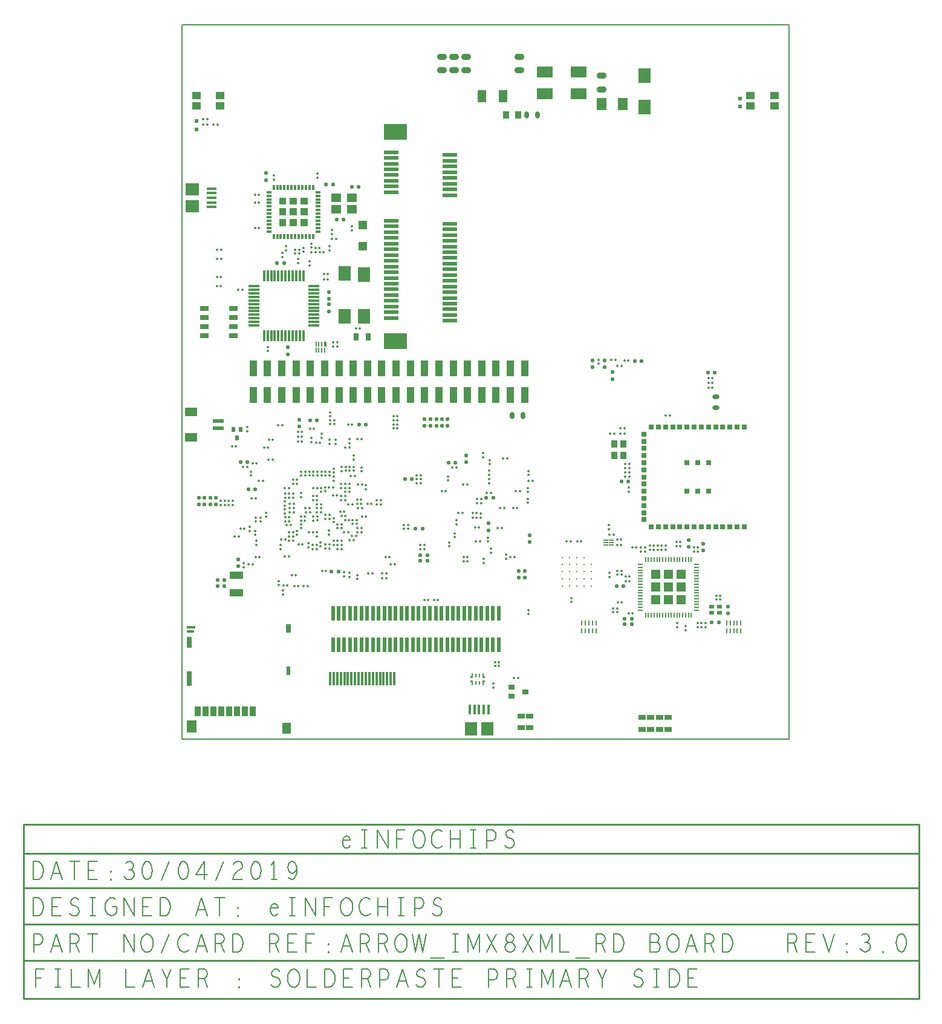
<source format=gbr>
G04 ================== begin FILE IDENTIFICATION RECORD ==================*
G04 Layout Name:  D:/ml/database/eI_Arrow_IMX8XML_RD_LAYOUT1.brd*
G04 Film Name:    spt.gbr*
G04 File Format:  Gerber RS274X*
G04 File Origin:  Cadence Allegro 17.2-S053*
G04 Origin Date:  Tue Jul 23 18:18:46 2019*
G04 *
G04 Layer:  DRAWING FORMAT/SPT*
G04 Layer:  DRAWING FORMAT/FILM_LABEL_OUTLINE*
G04 Layer:  PIN/PASTEMASK_TOP*
G04 Layer:  PACKAGE GEOMETRY/PASTEMASK_TOP*
G04 Layer:  BOARD GEOMETRY/PASTEMASK_TOP*
G04 Layer:  BOARD GEOMETRY/OUTLINE*
G04 *
G04 Offset:    (0.00 0.00)*
G04 Mirror:    No*
G04 Mode:      Positive*
G04 Rotation:  0*
G04 FullContactRelief:  No*
G04 UndefLineWidth:     5.00*
G04 ================== end FILE IDENTIFICATION RECORD ====================*
%FSLAX25Y25*MOIN*%
%IR0*IPPOS*OFA0.00000B0.00000*MIA0B0*SFA1.00000B1.00000*%
%ADD21O,.009X.032*%
%ADD20O,.032X.009*%
%ADD67C,.013*%
%ADD68R,.025X.006*%
%ADD15R,.126X.091*%
%ADD44R,.009X.026*%
%ADD32R,.03X.03*%
%ADD17R,.008X.028*%
%ADD28R,.008X.01968*%
%AMMACRO31*
4,1,6,.008,-.012,
-.008,-.012,
-.008,-.004,
0.0,-.004,
0.0,.012,
.008,.012,
.008,-.012,
0.0*
%
%ADD31MACRO31*%
%AMMACRO27*
4,1,6,.008,.012,
-.008,.012,
-.008,.004,
0.0,.004,
0.0,-.012,
.008,-.012,
.008,.012,
0.0*
%
%ADD27MACRO27*%
%AMMACRO29*
4,1,6,-.008,.012,
.008,.012,
.008,.004,
0.0,.004,
0.0,-.012,
-.008,-.012,
-.008,.012,
0.0*
%
%ADD29MACRO29*%
%ADD53O,.024X.02*%
%ADD52O,.02X.024*%
%ADD10R,.03X.012*%
%ADD57O,.04X.024*%
%ADD11R,.012X.03*%
%ADD58O,.015X.014*%
%ADD56O,.024X.04*%
%ADD23R,.05X.03*%
%ADD19R,.02X.024*%
%ADD59O,.014X.015*%
%ADD13R,.012X.06*%
%ADD12R,.06X.012*%
%ADD46R,.02X.026*%
%ADD45R,.013X.026*%
%ADD33R,.036X.04*%
%ADD35R,.026X.051*%
%ADD22R,.045X.041*%
%ADD51O,.056X.035*%
%ADD49R,.039X.031*%
%ADD43R,.032X.055*%
%ADD50R,.07X.082*%
%ADD48R,.031X.039*%
%ADD42R,.053X.071*%
%ADD39R,.043X.018*%
%ADD66R,.05X.048*%
%ADD18R,.035X.028*%
%ADD71R,.071X.047*%
%ADD64R,.02X.079*%
%ADD38R,.045X.018*%
%ADD26R,.075X.043*%
%ADD70R,.059X.024*%
%ADD55R,.047X.071*%
%ADD54R,.034X.039*%
%ADD65R,.057X.071*%
%ADD41R,.026X.084*%
%ADD25R,.056X.046*%
%ADD16R,.079X.024*%
%ADD47R,.067X.083*%
%ADD34R,.044X.089*%
%ADD69R,.01181X.0748*%
%ADD14R,.087X.059*%
%ADD62R,.05315X.01575*%
%ADD60R,.01575X.05315*%
%ADD36R,.02362X.04528*%
%ADD40R,.026X.06299*%
%ADD24R,.02559X.02165*%
%ADD63R,.0748X.07087*%
%ADD61R,.07087X.0748*%
%ADD37R,.04567X.05906*%
%AMMACRO30*
4,1,6,-.008,-.012,
.008,-.012,
.008,-.004,
0.0,-.004,
0.0,.012,
-.008,.012,
-.008,-.012,
0.0*
%
%ADD30MACRO30*%
%ADD72C,.01*%
%ADD73C,.005*%
G75*
%LPD*%
G75*
G36*
G01X37891Y238690D02*
X33954D01*
Y234753D01*
X37891D01*
Y238690D01*
G37*
G36*
G01Y232784D02*
X33954D01*
Y228848D01*
X37891D01*
Y232784D01*
G37*
G36*
G01Y226879D02*
X33954D01*
Y222942D01*
X37891D01*
Y226879D01*
G37*
G36*
G01X31985D02*
X28049D01*
Y222942D01*
X31985D01*
Y226879D01*
G37*
G36*
G01Y232784D02*
X28049D01*
Y228848D01*
X31985D01*
Y232784D01*
G37*
G36*
G01Y238690D02*
X28049D01*
Y234753D01*
X31985D01*
Y238690D01*
G37*
G36*
G01X26080D02*
X22143D01*
Y234753D01*
X26080D01*
Y238690D01*
G37*
G36*
G01Y232784D02*
X22143D01*
Y228848D01*
X26080D01*
Y232784D01*
G37*
G36*
G01Y226879D02*
X22143D01*
Y222942D01*
X26080D01*
Y226879D01*
G37*
G36*
G01X241286Y33385D02*
Y28385D01*
X246286D01*
Y33385D01*
X241286D01*
G37*
G36*
G01Y26416D02*
X246286D01*
Y21416D01*
X241286D01*
Y26416D01*
G37*
G36*
G01Y19447D02*
X246286D01*
Y14447D01*
X241286D01*
Y19447D01*
G37*
G36*
G01X234317D02*
X239317D01*
Y14447D01*
X234317D01*
Y19447D01*
G37*
G36*
G01X227348D02*
X232348D01*
Y14447D01*
X227348D01*
Y19447D01*
G37*
G36*
G01Y26416D02*
X232348D01*
Y21416D01*
X227348D01*
Y26416D01*
G37*
G36*
G01Y33385D02*
X232348D01*
Y28385D01*
X227348D01*
Y33385D01*
G37*
G36*
G01X234317D02*
X239317D01*
Y28385D01*
X234317D01*
Y33385D01*
G37*
G36*
G01Y26416D02*
X239317D01*
Y21416D01*
X234317D01*
Y26416D01*
G37*
G54D10*
X43558Y241643D03*
Y239674D03*
Y237706D03*
Y235737D03*
Y233769D03*
Y231800D03*
Y229832D03*
Y227863D03*
Y225895D03*
Y223926D03*
Y221958D03*
Y219989D03*
X16476D03*
Y221958D03*
Y223926D03*
Y225895D03*
Y227863D03*
Y229832D03*
Y231800D03*
Y233769D03*
Y235737D03*
Y237706D03*
Y239674D03*
Y241643D03*
G54D11*
X40844Y217275D03*
X38875D03*
X36907D03*
X34938D03*
X32970D03*
X31001D03*
X29033D03*
X27064D03*
X25096D03*
X23127D03*
X21159D03*
X19190D03*
Y244357D03*
X21159D03*
X23127D03*
X25096D03*
X27064D03*
X29033D03*
X31001D03*
X32970D03*
X34938D03*
X36907D03*
X38875D03*
X40844D03*
G54D20*
X252265Y36514D03*
Y34940D03*
Y33365D03*
Y31790D03*
Y30215D03*
Y28640D03*
Y27066D03*
Y25491D03*
Y23916D03*
Y22341D03*
Y20766D03*
Y19192D03*
Y17617D03*
Y16042D03*
Y14467D03*
Y12892D03*
Y11318D03*
X221269D03*
Y12892D03*
Y14467D03*
Y16042D03*
Y17617D03*
Y19192D03*
Y20766D03*
Y22341D03*
Y23916D03*
Y25491D03*
Y27066D03*
Y28640D03*
Y30215D03*
Y31790D03*
Y33365D03*
Y34940D03*
Y36514D03*
G54D30*
X134931Y-24716D03*
G54D12*
X41267Y189851D03*
Y187881D03*
Y185911D03*
Y183941D03*
Y181971D03*
Y180001D03*
Y178031D03*
Y176061D03*
Y174091D03*
Y172121D03*
Y170151D03*
Y168181D03*
X8167D03*
Y170151D03*
Y172121D03*
Y174091D03*
Y176061D03*
Y178031D03*
Y180001D03*
Y181971D03*
Y183941D03*
Y185911D03*
Y187881D03*
Y189851D03*
G54D21*
X249415Y8468D03*
X247841D03*
X246266D03*
X244691D03*
X243116D03*
X241541D03*
X239967D03*
X238392D03*
X236817D03*
X235242D03*
X233667D03*
X232093D03*
X230518D03*
X228943D03*
X227368D03*
X225793D03*
X224219D03*
Y39364D03*
X225793D03*
X227368D03*
X228943D03*
X230518D03*
X232093D03*
X233667D03*
X235242D03*
X236817D03*
X238392D03*
X239967D03*
X241541D03*
X243116D03*
X244691D03*
X246266D03*
X247841D03*
X249415D03*
G54D40*
X-27508Y-6540D03*
G54D22*
X-10283Y289166D03*
X-23483D03*
X-10283Y294866D03*
X-23483D03*
X282017D03*
X295217D03*
X282017Y289166D03*
X295217D03*
G54D13*
X35552Y162466D03*
X33582D03*
X31612D03*
X29642D03*
X27672D03*
X25702D03*
X23732D03*
X21762D03*
X19792D03*
X17822D03*
X15852D03*
X13882D03*
Y195566D03*
X15852D03*
X17822D03*
X19792D03*
X21762D03*
X23732D03*
X25702D03*
X27672D03*
X29642D03*
X31612D03*
X33582D03*
X35552D03*
G54D31*
X128263Y-24716D03*
G54D14*
X187169Y307822D03*
Y296010D03*
X168665D03*
Y307822D03*
G54D41*
X-27508Y-26540D03*
G54D50*
X223616Y305879D03*
Y288679D03*
G54D23*
X-3012Y162716D03*
Y167716D03*
Y172716D03*
Y177716D03*
X-19154D03*
Y172716D03*
Y167716D03*
Y162716D03*
G54D32*
X258894Y76818D03*
X252989D03*
X247084D03*
Y92618D03*
X252989D03*
X258894D03*
X278564Y57134D03*
X274627D03*
X270690D03*
X266753D03*
X262816D03*
X258879D03*
X254942D03*
X251005D03*
X247068D03*
X243131D03*
X239194D03*
X235257D03*
X231320D03*
X227383D03*
X223446Y61071D03*
Y65008D03*
Y68945D03*
Y72882D03*
Y76819D03*
Y80756D03*
Y84693D03*
Y88630D03*
Y92566D03*
Y96503D03*
Y100440D03*
Y104377D03*
Y108314D03*
X227383Y112251D03*
X231320D03*
X235257D03*
X239194D03*
X243131D03*
X247068D03*
X251005D03*
X254942D03*
X258879D03*
X262816D03*
X266753D03*
X270690D03*
X274627D03*
X278564D03*
G54D24*
X265095Y10025D03*
X260739D03*
X265095Y13207D03*
X260739Y13206D03*
G54D60*
X127292Y-43422D03*
X129851D03*
X132410D03*
X134969D03*
X137528D03*
G54D42*
X-26130Y-52642D03*
G54D51*
X112067Y308776D03*
Y316256D03*
X118767Y308776D03*
Y316256D03*
X154767Y308776D03*
Y316256D03*
X125467Y308776D03*
Y316256D03*
X199967Y298276D03*
Y305756D03*
G54D33*
X211817Y103016D03*
Y96616D03*
X207017D03*
Y103016D03*
G54D15*
X86237Y274893D03*
Y159539D03*
G54D61*
X127883Y-53953D03*
X136938D03*
G54D34*
X7925Y129768D03*
X15799D03*
X23673D03*
X31547D03*
X39421D03*
X47295D03*
X55169D03*
X63043D03*
X70917D03*
X78791D03*
X86665D03*
X94539D03*
X102413D03*
X110287D03*
X118161D03*
X126035D03*
X133909D03*
X141783D03*
X149657D03*
X157531D03*
X7925Y144532D03*
X15799D03*
X23673D03*
X31547D03*
X39421D03*
X47295D03*
X55169D03*
X63043D03*
X70917D03*
X78791D03*
X86665D03*
X94539D03*
X102413D03*
X110287D03*
X118161D03*
X126035D03*
X133909D03*
X141783D03*
X149657D03*
X157531D03*
G54D16*
X83875Y263673D03*
Y260523D03*
Y257373D03*
Y254224D03*
Y251074D03*
Y247925D03*
Y244775D03*
Y241625D03*
Y225877D03*
Y222728D03*
Y219578D03*
Y216429D03*
Y213279D03*
Y210129D03*
Y206980D03*
Y203830D03*
Y200681D03*
Y197531D03*
Y194381D03*
Y191232D03*
Y188082D03*
Y184933D03*
Y181783D03*
Y178633D03*
Y175484D03*
Y172334D03*
X116159Y262098D03*
Y258948D03*
Y255799D03*
Y252649D03*
Y249499D03*
Y246350D03*
Y243200D03*
Y240051D03*
Y224303D03*
Y221153D03*
Y218003D03*
Y214854D03*
Y211704D03*
Y208555D03*
Y205405D03*
Y202255D03*
Y199106D03*
Y195956D03*
Y192807D03*
Y189657D03*
Y186507D03*
Y183358D03*
Y180208D03*
Y177059D03*
Y173909D03*
Y170759D03*
G54D25*
X62348Y238466D03*
X53686D03*
X62348Y232166D03*
X53686D03*
G54D70*
X-11267Y115516D03*
Y111516D03*
G54D43*
X7590Y-44571D03*
X3259D03*
X-1071D03*
X-5402D03*
X-9733D03*
X-14064D03*
X-18394D03*
X-22725D03*
G54D52*
X51901Y245816D03*
X48133D03*
X212001Y24716D03*
X208233D03*
X5233Y77916D03*
X9001D03*
X54867Y32484D03*
X51099D03*
X70050Y113603D03*
X66282D03*
X95401Y83416D03*
X91633D03*
X101201Y56116D03*
X97433D03*
X833Y92816D03*
X4601D03*
X212733Y3516D03*
X216501D03*
X-11768Y24583D03*
X-8000D03*
X-11768Y27983D03*
X-8000D03*
X103901Y41716D03*
X100133D03*
X103901Y38616D03*
X100133D03*
X136433Y73316D03*
X140201D03*
X119301Y92516D03*
X115533D03*
X262284Y142300D03*
X258516D03*
X211016Y82100D03*
X214784D03*
X62333Y244716D03*
X66101D03*
X53833Y226516D03*
X57601D03*
X212733Y6716D03*
X216501D03*
X21133Y202716D03*
X24901D03*
X260733Y4516D03*
X264501D03*
X222084Y148400D03*
X218316D03*
X39316Y116000D03*
X43084D03*
G54D62*
X-15191Y243648D03*
Y241089D03*
Y238530D03*
Y235971D03*
Y233412D03*
G54D26*
X-1282Y20862D03*
Y30704D03*
G54D71*
X-26352Y120602D03*
Y106430D03*
G54D35*
X27216Y1098D03*
G54D53*
X247917Y46132D03*
Y49900D03*
X-517Y39168D03*
Y35400D03*
X15017Y252100D03*
Y248332D03*
X255817Y47900D03*
Y44132D03*
X-15783Y73200D03*
Y69432D03*
X-22183Y73200D03*
Y69432D03*
X137717Y55332D03*
Y59100D03*
X125217Y96500D03*
Y92732D03*
X154417Y29232D03*
Y33000D03*
X160217Y48732D03*
Y52500D03*
X157617Y29232D03*
Y33000D03*
X115117Y116600D03*
Y112832D03*
X-19083Y73200D03*
Y69432D03*
X112017Y116600D03*
Y112832D03*
X-12683Y73200D03*
Y69432D03*
X27017Y156100D03*
Y152332D03*
X102417Y116600D03*
Y112832D03*
X105717Y116600D03*
Y112832D03*
X108917Y116600D03*
Y112832D03*
X49717Y176032D03*
Y179800D03*
Y186700D03*
Y182932D03*
X269717Y13200D03*
Y9432D03*
X201800Y145116D03*
Y148884D03*
X206000Y138716D03*
Y142484D03*
X194900Y145116D03*
Y148884D03*
X33300Y112616D03*
Y116384D03*
G54D17*
X268880Y4183D03*
X270849D03*
X272817D03*
X274785D03*
X276754D03*
Y49D03*
X274785D03*
X272817D03*
X270849D03*
X268880D03*
X189080Y4183D03*
X191049D03*
X193017D03*
X194985D03*
X196954D03*
Y49D03*
X194985D03*
X193017D03*
X191049D03*
X189080D03*
G54D44*
X47279Y154662D03*
X45705D03*
X44129D03*
X42555D03*
Y157970D03*
X44129D03*
X45705D03*
G54D72*
G01X-118821Y-106640D02*
Y-202840D01*
G01D02*
X356679D01*
G01X-118821Y-181840D02*
X374979D01*
G01X-118821Y-161840D02*
X374979D01*
G01X-118821Y-141840D02*
X374979D01*
G01X355879Y-202840D02*
X374979D01*
Y-106640D01*
X355579D01*
G01X-118821Y-122640D02*
X374979D01*
G01X-118821Y-106640D02*
X356679D01*
G54D63*
X-25722Y243057D03*
Y234002D03*
G54D36*
X27314Y-22228D03*
G54D54*
X153820Y284280D03*
X147320D03*
G54D18*
X150360Y-31141D03*
Y-36259D03*
X157840Y-33700D03*
G54D45*
X47479Y157970D03*
G54D27*
X128263Y-28652D03*
G54D73*
G01X302700Y-177034D02*
Y-167034D01*
X305825D01*
X306825Y-167534D01*
X307450Y-168201D01*
X307700Y-169534D01*
X307450Y-170867D01*
X306700Y-171701D01*
X305825Y-172201D01*
X302700D01*
G01X305825D02*
X307700Y-177034D01*
G01X317700D02*
X312700D01*
Y-167034D01*
X317700D01*
G01X315700Y-171867D02*
X312700D01*
G01X322075Y-167034D02*
X325200Y-177034D01*
X328325Y-167034D01*
G01X335200Y-177367D02*
X334950Y-177201D01*
Y-176867D01*
X335200Y-176701D01*
X335450Y-176867D01*
Y-177201D01*
X335200Y-177367D01*
G01Y-172868D02*
X334950Y-172701D01*
Y-172367D01*
X335200Y-172201D01*
X335450Y-172367D01*
Y-172701D01*
X335200Y-172868D01*
G01X342450Y-175034D02*
X343200Y-176201D01*
X344200Y-176867D01*
X345325Y-177034D01*
X346325Y-176867D01*
X347325Y-176034D01*
X347950Y-175034D01*
X348075Y-174034D01*
X347825Y-172868D01*
X346950Y-172034D01*
X346075Y-171701D01*
X344950D01*
G01X346075D02*
X346825Y-171201D01*
X347450Y-170368D01*
X347700Y-169367D01*
X347450Y-168367D01*
X346825Y-167534D01*
X345700Y-167034D01*
X344575Y-167201D01*
X343450Y-167867D01*
G01X355200Y-177367D02*
X354950Y-177201D01*
Y-176867D01*
X355200Y-176701D01*
X355450Y-176867D01*
Y-177201D01*
X355200Y-177367D01*
G01X365200Y-167034D02*
X364200Y-167367D01*
X363450Y-168201D01*
X362950Y-169201D01*
X362575Y-170534D01*
X362450Y-172034D01*
X362575Y-173534D01*
X362950Y-174867D01*
X363450Y-175868D01*
X364200Y-176701D01*
X365200Y-177034D01*
X366200Y-176701D01*
X366950Y-175868D01*
X367450Y-174867D01*
X367825Y-173534D01*
X367950Y-172034D01*
X367825Y-170534D01*
X367450Y-169201D01*
X366950Y-168201D01*
X366200Y-167367D01*
X365200Y-167034D01*
G01X-113321Y-137140D02*
Y-127140D01*
X-110821D01*
X-109821Y-127640D01*
X-109071Y-128307D01*
X-108446Y-129307D01*
X-107946Y-130474D01*
X-107821Y-132140D01*
X-107946Y-133807D01*
X-108446Y-134973D01*
X-109071Y-135974D01*
X-109821Y-136640D01*
X-110821Y-137140D01*
X-113321D01*
G01X-103696D02*
X-100571Y-127140D01*
X-97446Y-137140D01*
G01X-98571Y-133640D02*
X-102571D01*
G01X-90571Y-127140D02*
Y-137140D01*
G01X-93446Y-127140D02*
X-87696D01*
G01X-78071Y-137140D02*
X-83071D01*
Y-127140D01*
X-78071D01*
G01X-80071Y-131973D02*
X-83071D01*
G01X-70571Y-137473D02*
X-70821Y-137307D01*
Y-136973D01*
X-70571Y-136807D01*
X-70321Y-136973D01*
Y-137307D01*
X-70571Y-137473D01*
G01Y-132974D02*
X-70821Y-132807D01*
Y-132473D01*
X-70571Y-132307D01*
X-70321Y-132473D01*
Y-132807D01*
X-70571Y-132974D01*
G01X-63321Y-135140D02*
X-62571Y-136307D01*
X-61571Y-136973D01*
X-60446Y-137140D01*
X-59446Y-136973D01*
X-58446Y-136140D01*
X-57821Y-135140D01*
X-57696Y-134140D01*
X-57946Y-132974D01*
X-58821Y-132140D01*
X-59696Y-131807D01*
X-60821D01*
G01X-59696D02*
X-58946Y-131307D01*
X-58321Y-130474D01*
X-58071Y-129473D01*
X-58321Y-128473D01*
X-58946Y-127640D01*
X-60071Y-127140D01*
X-61196Y-127307D01*
X-62321Y-127973D01*
G01X-50571Y-127140D02*
X-51571Y-127473D01*
X-52321Y-128307D01*
X-52821Y-129307D01*
X-53196Y-130640D01*
X-53321Y-132140D01*
X-53196Y-133640D01*
X-52821Y-134973D01*
X-52321Y-135974D01*
X-51571Y-136807D01*
X-50571Y-137140D01*
X-49571Y-136807D01*
X-48821Y-135974D01*
X-48321Y-134973D01*
X-47946Y-133640D01*
X-47821Y-132140D01*
X-47946Y-130640D01*
X-48321Y-129307D01*
X-48821Y-128307D01*
X-49571Y-127473D01*
X-50571Y-127140D01*
G01X-42821Y-137473D02*
X-38321Y-127140D01*
G01X-30571D02*
X-31571Y-127473D01*
X-32321Y-128307D01*
X-32821Y-129307D01*
X-33196Y-130640D01*
X-33321Y-132140D01*
X-33196Y-133640D01*
X-32821Y-134973D01*
X-32321Y-135974D01*
X-31571Y-136807D01*
X-30571Y-137140D01*
X-29571Y-136807D01*
X-28821Y-135974D01*
X-28321Y-134973D01*
X-27946Y-133640D01*
X-27821Y-132140D01*
X-27946Y-130640D01*
X-28321Y-129307D01*
X-28821Y-128307D01*
X-29571Y-127473D01*
X-30571Y-127140D01*
G01X-19071Y-137140D02*
Y-127140D01*
X-23696Y-134307D01*
X-17446D01*
G01X-12821Y-137473D02*
X-8321Y-127140D01*
G01X-2946Y-128807D02*
X-2196Y-127807D01*
X-1321Y-127307D01*
X-321Y-127140D01*
X929Y-127473D01*
X1804Y-128307D01*
X2054Y-129307D01*
X1929Y-130307D01*
X1429Y-131140D01*
X-1071Y-132807D01*
X-2196Y-133973D01*
X-2946Y-135640D01*
X-3196Y-137140D01*
X2054D01*
G01X9429Y-127140D02*
X8429Y-127473D01*
X7679Y-128307D01*
X7179Y-129307D01*
X6804Y-130640D01*
X6679Y-132140D01*
X6804Y-133640D01*
X7179Y-134973D01*
X7679Y-135974D01*
X8429Y-136807D01*
X9429Y-137140D01*
X10429Y-136807D01*
X11179Y-135974D01*
X11679Y-134973D01*
X12054Y-133640D01*
X12179Y-132140D01*
X12054Y-130640D01*
X11679Y-129307D01*
X11179Y-128307D01*
X10429Y-127473D01*
X9429Y-127140D01*
G01X19429Y-137140D02*
Y-127140D01*
X17929Y-129140D01*
G01Y-137140D02*
X20929D01*
G01X27304Y-135974D02*
X28179Y-136807D01*
X29179Y-137140D01*
X30179Y-136807D01*
X31054Y-135807D01*
X31679Y-134307D01*
X31929Y-132807D01*
Y-130973D01*
X31679Y-129473D01*
X31054Y-128140D01*
X30304Y-127473D01*
X29429Y-127140D01*
X28429Y-127473D01*
X27679Y-128140D01*
X27179Y-129140D01*
X26929Y-130474D01*
X27179Y-131640D01*
X27804Y-132807D01*
X28554Y-133474D01*
X29429Y-133640D01*
X30429Y-133307D01*
X31179Y-132473D01*
X31929Y-130973D01*
G01X-113321Y-157140D02*
Y-147140D01*
X-110821D01*
X-109821Y-147640D01*
X-109071Y-148307D01*
X-108446Y-149307D01*
X-107946Y-150474D01*
X-107821Y-152140D01*
X-107946Y-153807D01*
X-108446Y-154973D01*
X-109071Y-155974D01*
X-109821Y-156640D01*
X-110821Y-157140D01*
X-113321D01*
G01X-98071D02*
X-103071D01*
Y-147140D01*
X-98071D01*
G01X-100071Y-151973D02*
X-103071D01*
G01X-93196Y-155807D02*
X-92196Y-156640D01*
X-91071Y-157140D01*
X-90071D01*
X-89071Y-156640D01*
X-88321Y-155807D01*
X-87946Y-154640D01*
X-88196Y-153474D01*
X-88821Y-152473D01*
X-89946Y-151807D01*
X-91446Y-151473D01*
X-92321Y-150807D01*
X-92696Y-149640D01*
X-92446Y-148473D01*
X-91821Y-147640D01*
X-90946Y-147140D01*
X-90071D01*
X-89196Y-147473D01*
X-88446Y-148307D01*
G01X-82071Y-147140D02*
X-79071D01*
G01X-80571D02*
Y-157140D01*
G01X-82071D02*
X-79071D01*
G01X-69821Y-152140D02*
X-67321D01*
Y-155140D01*
X-68071Y-156140D01*
X-68946Y-156807D01*
X-70196Y-157140D01*
X-71446Y-156807D01*
X-72321Y-156140D01*
X-73071Y-155140D01*
X-73571Y-153973D01*
X-73821Y-152640D01*
Y-151473D01*
X-73571Y-150474D01*
X-73071Y-149307D01*
X-72321Y-148307D01*
X-71571Y-147640D01*
X-70571Y-147140D01*
X-69696D01*
X-68696Y-147473D01*
X-67946Y-148140D01*
G01X-63446Y-157140D02*
Y-147140D01*
X-57696Y-157140D01*
Y-147140D01*
G01X-48071Y-157140D02*
X-53071D01*
Y-147140D01*
X-48071D01*
G01X-50071Y-151973D02*
X-53071D01*
G01X-43321Y-157140D02*
Y-147140D01*
X-40821D01*
X-39821Y-147640D01*
X-39071Y-148307D01*
X-38446Y-149307D01*
X-37946Y-150474D01*
X-37821Y-152140D01*
X-37946Y-153807D01*
X-38446Y-154973D01*
X-39071Y-155974D01*
X-39821Y-156640D01*
X-40821Y-157140D01*
X-43321D01*
G01X-23696D02*
X-20571Y-147140D01*
X-17446Y-157140D01*
G01X-18571Y-153640D02*
X-22571D01*
G01X-10571Y-147140D02*
Y-157140D01*
G01X-13446Y-147140D02*
X-7696D01*
G01X-571Y-157473D02*
X-821Y-157307D01*
Y-156973D01*
X-571Y-156807D01*
X-321Y-156973D01*
Y-157307D01*
X-571Y-157473D01*
G01Y-152974D02*
X-821Y-152807D01*
Y-152473D01*
X-571Y-152307D01*
X-321Y-152473D01*
Y-152807D01*
X-571Y-152974D01*
G01X17554Y-152640D02*
X21554D01*
X21179Y-151473D01*
X20554Y-150807D01*
X19679Y-150474D01*
X18804Y-150640D01*
X18054Y-151140D01*
X17554Y-152307D01*
X17304Y-153307D01*
Y-154307D01*
X17554Y-155307D01*
X18179Y-156307D01*
X18929Y-156973D01*
X19804Y-157140D01*
X20679Y-156807D01*
X21554Y-155807D01*
G01X27929Y-147140D02*
X30929D01*
G01X29429D02*
Y-157140D01*
G01X27929D02*
X30929D01*
G01X36554D02*
Y-147140D01*
X42304Y-157140D01*
Y-147140D01*
G01X47054Y-157140D02*
Y-147140D01*
X51804D01*
G01X50054Y-151973D02*
X47054D01*
G01X59429Y-157140D02*
X58429Y-156973D01*
X57554Y-156307D01*
X56804Y-155307D01*
X56304Y-154140D01*
X56054Y-152807D01*
Y-151473D01*
X56304Y-150140D01*
X56804Y-148973D01*
X57554Y-147973D01*
X58429Y-147307D01*
X59429Y-147140D01*
X60429Y-147307D01*
X61304Y-147973D01*
X62054Y-148973D01*
X62554Y-150140D01*
X62804Y-151473D01*
Y-152807D01*
X62554Y-154140D01*
X62054Y-155307D01*
X61304Y-156307D01*
X60429Y-156973D01*
X59429Y-157140D01*
G01X72179Y-147973D02*
X71429Y-147473D01*
X70554Y-147140D01*
X69554D01*
X68429Y-147640D01*
X67554Y-148473D01*
X66929Y-149473D01*
X66429Y-151140D01*
X66304Y-152640D01*
X66554Y-154140D01*
X66929Y-155140D01*
X67679Y-156140D01*
X68554Y-156807D01*
X69429Y-157140D01*
X70304D01*
X71179Y-156807D01*
X71929Y-156307D01*
X72554Y-155640D01*
G01X76804Y-157140D02*
Y-147140D01*
G01X82054D02*
Y-157140D01*
G01Y-152140D02*
X76804D01*
G01X87929Y-147140D02*
X90929D01*
G01X89429D02*
Y-157140D01*
G01X87929D02*
X90929D01*
G01X96929D02*
Y-147140D01*
X99929D01*
X100929Y-147640D01*
X101679Y-148807D01*
X101929Y-150140D01*
X101679Y-151473D01*
X101054Y-152473D01*
X99929Y-152974D01*
X96929D01*
G01X106804Y-155807D02*
X107804Y-156640D01*
X108929Y-157140D01*
X109929D01*
X110929Y-156640D01*
X111679Y-155807D01*
X112054Y-154640D01*
X111804Y-153474D01*
X111179Y-152473D01*
X110054Y-151807D01*
X108554Y-151473D01*
X107679Y-150807D01*
X107304Y-149640D01*
X107554Y-148473D01*
X108179Y-147640D01*
X109054Y-147140D01*
X109929D01*
X110804Y-147473D01*
X111554Y-148307D01*
G01X-113071Y-177140D02*
Y-167140D01*
X-110071D01*
X-109071Y-167640D01*
X-108321Y-168807D01*
X-108071Y-170140D01*
X-108321Y-171473D01*
X-108946Y-172473D01*
X-110071Y-172974D01*
X-113071D01*
G01X-103696Y-177140D02*
X-100571Y-167140D01*
X-97446Y-177140D01*
G01X-98571Y-173640D02*
X-102571D01*
G01X-93071Y-177140D02*
Y-167140D01*
X-89946D01*
X-88946Y-167640D01*
X-88321Y-168307D01*
X-88071Y-169640D01*
X-88321Y-170973D01*
X-89071Y-171807D01*
X-89946Y-172307D01*
X-93071D01*
G01X-89946D02*
X-88071Y-177140D01*
G01X-80571Y-167140D02*
Y-177140D01*
G01X-83446Y-167140D02*
X-77696D01*
G01X-63446Y-177140D02*
Y-167140D01*
X-57696Y-177140D01*
Y-167140D01*
G01X-50571Y-177140D02*
X-51571Y-176973D01*
X-52446Y-176307D01*
X-53196Y-175307D01*
X-53696Y-174140D01*
X-53946Y-172807D01*
Y-171473D01*
X-53696Y-170140D01*
X-53196Y-168973D01*
X-52446Y-167973D01*
X-51571Y-167307D01*
X-50571Y-167140D01*
X-49571Y-167307D01*
X-48696Y-167973D01*
X-47946Y-168973D01*
X-47446Y-170140D01*
X-47196Y-171473D01*
Y-172807D01*
X-47446Y-174140D01*
X-47946Y-175307D01*
X-48696Y-176307D01*
X-49571Y-176973D01*
X-50571Y-177140D01*
G01X-42821Y-177473D02*
X-38321Y-167140D01*
G01X-27821Y-167973D02*
X-28571Y-167473D01*
X-29446Y-167140D01*
X-30446D01*
X-31571Y-167640D01*
X-32446Y-168473D01*
X-33071Y-169473D01*
X-33571Y-171140D01*
X-33696Y-172640D01*
X-33446Y-174140D01*
X-33071Y-175140D01*
X-32321Y-176140D01*
X-31446Y-176807D01*
X-30571Y-177140D01*
X-29696D01*
X-28821Y-176807D01*
X-28071Y-176307D01*
X-27446Y-175640D01*
G01X-23696Y-177140D02*
X-20571Y-167140D01*
X-17446Y-177140D01*
G01X-18571Y-173640D02*
X-22571D01*
G01X-13071Y-177140D02*
Y-167140D01*
X-9946D01*
X-8946Y-167640D01*
X-8321Y-168307D01*
X-8071Y-169640D01*
X-8321Y-170973D01*
X-9071Y-171807D01*
X-9946Y-172307D01*
X-13071D01*
G01X-9946D02*
X-8071Y-177140D01*
G01X-3321D02*
Y-167140D01*
X-821D01*
X179Y-167640D01*
X929Y-168307D01*
X1554Y-169307D01*
X2054Y-170474D01*
X2179Y-172140D01*
X2054Y-173807D01*
X1554Y-174973D01*
X929Y-175974D01*
X179Y-176640D01*
X-821Y-177140D01*
X-3321D01*
G01X16929D02*
Y-167140D01*
X20054D01*
X21054Y-167640D01*
X21679Y-168307D01*
X21929Y-169640D01*
X21679Y-170973D01*
X20929Y-171807D01*
X20054Y-172307D01*
X16929D01*
G01X20054D02*
X21929Y-177140D01*
G01X31929D02*
X26929D01*
Y-167140D01*
X31929D01*
G01X29929Y-171973D02*
X26929D01*
G01X37054Y-177140D02*
Y-167140D01*
X41804D01*
G01X40054Y-171973D02*
X37054D01*
G01X49429Y-177473D02*
X49179Y-177307D01*
Y-176973D01*
X49429Y-176807D01*
X49679Y-176973D01*
Y-177307D01*
X49429Y-177473D01*
G01Y-172974D02*
X49179Y-172807D01*
Y-172473D01*
X49429Y-172307D01*
X49679Y-172473D01*
Y-172807D01*
X49429Y-172974D01*
G01X56304Y-177140D02*
X59429Y-167140D01*
X62554Y-177140D01*
G01X61429Y-173640D02*
X57429D01*
G01X66929Y-177140D02*
Y-167140D01*
X70054D01*
X71054Y-167640D01*
X71679Y-168307D01*
X71929Y-169640D01*
X71679Y-170973D01*
X70929Y-171807D01*
X70054Y-172307D01*
X66929D01*
G01X70054D02*
X71929Y-177140D01*
G01X76929D02*
Y-167140D01*
X80054D01*
X81054Y-167640D01*
X81679Y-168307D01*
X81929Y-169640D01*
X81679Y-170973D01*
X80929Y-171807D01*
X80054Y-172307D01*
X76929D01*
G01X80054D02*
X81929Y-177140D01*
G01X89429D02*
X88429Y-176973D01*
X87554Y-176307D01*
X86804Y-175307D01*
X86304Y-174140D01*
X86054Y-172807D01*
Y-171473D01*
X86304Y-170140D01*
X86804Y-168973D01*
X87554Y-167973D01*
X88429Y-167307D01*
X89429Y-167140D01*
X90429Y-167307D01*
X91304Y-167973D01*
X92054Y-168973D01*
X92554Y-170140D01*
X92804Y-171473D01*
Y-172807D01*
X92554Y-174140D01*
X92054Y-175307D01*
X91304Y-176307D01*
X90429Y-176973D01*
X89429Y-177140D01*
G01X95679Y-167140D02*
X97429Y-177140D01*
X99429Y-167140D01*
X101429Y-177140D01*
X103179Y-167140D01*
G01X105679Y-180473D02*
X113179D01*
G01X117929Y-167140D02*
X120929D01*
G01X119429D02*
Y-177140D01*
G01X117929D02*
X120929D01*
G01X126179D02*
Y-167140D01*
X129429Y-175473D01*
X132679Y-167140D01*
Y-177140D01*
G01X136804D02*
X142054Y-167140D01*
G01X136804D02*
X142054Y-177140D01*
G01X149429D02*
X150304Y-176973D01*
X151304Y-176473D01*
X151929Y-175640D01*
X152179Y-174473D01*
X151929Y-173307D01*
X151179Y-172307D01*
X150054Y-171807D01*
X148804D01*
X148054Y-171473D01*
X147429Y-170640D01*
X147179Y-169473D01*
X147554Y-168307D01*
X148429Y-167473D01*
X149429Y-167140D01*
X150429Y-167473D01*
X151304Y-168307D01*
X151679Y-169473D01*
X151429Y-170640D01*
X150804Y-171473D01*
X150054Y-171807D01*
X148804D01*
X147679Y-172307D01*
X146929Y-173307D01*
X146679Y-174473D01*
X146929Y-175640D01*
X147554Y-176473D01*
X148554Y-176973D01*
X149429Y-177140D01*
G01X156804D02*
X162054Y-167140D01*
G01X156804D02*
X162054Y-177140D01*
G01X166179D02*
Y-167140D01*
X169429Y-175473D01*
X172679Y-167140D01*
Y-177140D01*
G01X176929Y-167140D02*
Y-177140D01*
X181929D01*
G01X185679Y-180473D02*
X193179D01*
G01X196929Y-177140D02*
Y-167140D01*
X200054D01*
X201054Y-167640D01*
X201679Y-168307D01*
X201929Y-169640D01*
X201679Y-170973D01*
X200929Y-171807D01*
X200054Y-172307D01*
X196929D01*
G01X200054D02*
X201929Y-177140D01*
G01X206679D02*
Y-167140D01*
X209179D01*
X210179Y-167640D01*
X210929Y-168307D01*
X211554Y-169307D01*
X212054Y-170474D01*
X212179Y-172140D01*
X212054Y-173807D01*
X211554Y-174973D01*
X210929Y-175974D01*
X210179Y-176640D01*
X209179Y-177140D01*
X206679D01*
G01X230429Y-171807D02*
X230929Y-171307D01*
X231304Y-170474D01*
X231554Y-169307D01*
X231304Y-168307D01*
X230804Y-167640D01*
X229929Y-167140D01*
X226554D01*
Y-177140D01*
X230679D01*
X231554Y-176473D01*
X232054Y-175473D01*
X232304Y-174307D01*
X232054Y-173140D01*
X231304Y-172140D01*
X230429Y-171807D01*
X226554D01*
G01X239429Y-177140D02*
X238429Y-176973D01*
X237554Y-176307D01*
X236804Y-175307D01*
X236304Y-174140D01*
X236054Y-172807D01*
Y-171473D01*
X236304Y-170140D01*
X236804Y-168973D01*
X237554Y-167973D01*
X238429Y-167307D01*
X239429Y-167140D01*
X240429Y-167307D01*
X241304Y-167973D01*
X242054Y-168973D01*
X242554Y-170140D01*
X242804Y-171473D01*
Y-172807D01*
X242554Y-174140D01*
X242054Y-175307D01*
X241304Y-176307D01*
X240429Y-176973D01*
X239429Y-177140D01*
G01X246304D02*
X249429Y-167140D01*
X252554Y-177140D01*
G01X251429Y-173640D02*
X247429D01*
G01X256929Y-177140D02*
Y-167140D01*
X260054D01*
X261054Y-167640D01*
X261679Y-168307D01*
X261929Y-169640D01*
X261679Y-170973D01*
X260929Y-171807D01*
X260054Y-172307D01*
X256929D01*
G01X260054D02*
X261929Y-177140D01*
G01X266679D02*
Y-167140D01*
X269179D01*
X270179Y-167640D01*
X270929Y-168307D01*
X271554Y-169307D01*
X272054Y-170474D01*
X272179Y-172140D01*
X272054Y-173807D01*
X271554Y-174973D01*
X270929Y-175974D01*
X270179Y-176640D01*
X269179Y-177140D01*
X266679D01*
G01X-112192Y-196550D02*
Y-186550D01*
X-107442D01*
G01X-109192Y-191383D02*
X-112192D01*
G01X-101317Y-186550D02*
X-98317D01*
G01X-99817D02*
Y-196550D01*
G01X-101317D02*
X-98317D01*
G01X-92317Y-186550D02*
Y-196550D01*
X-87317D01*
G01X-83067D02*
Y-186550D01*
X-79817Y-194883D01*
X-76567Y-186550D01*
Y-196550D01*
G01X-62317Y-186550D02*
Y-196550D01*
X-57317D01*
G01X-52942D02*
X-49817Y-186550D01*
X-46692Y-196550D01*
G01X-47817Y-193050D02*
X-51817D01*
G01X-39817Y-196550D02*
Y-192050D01*
X-42317Y-186550D01*
G01X-37317D02*
X-39817Y-192050D01*
G01X-27317Y-196550D02*
X-32317D01*
Y-186550D01*
X-27317D01*
G01X-29317Y-191383D02*
X-32317D01*
G01X-22317Y-196550D02*
Y-186550D01*
X-19192D01*
X-18192Y-187050D01*
X-17567Y-187717D01*
X-17317Y-189050D01*
X-17567Y-190383D01*
X-18317Y-191217D01*
X-19192Y-191717D01*
X-22317D01*
G01X-19192D02*
X-17317Y-196550D01*
G01X183Y-196883D02*
X-67Y-196717D01*
Y-196383D01*
X183Y-196217D01*
X433Y-196383D01*
Y-196717D01*
X183Y-196883D01*
G01Y-192384D02*
X-67Y-192217D01*
Y-191883D01*
X183Y-191717D01*
X433Y-191883D01*
Y-192217D01*
X183Y-192384D01*
G01X17558Y-195217D02*
X18558Y-196050D01*
X19683Y-196550D01*
X20683D01*
X21683Y-196050D01*
X22433Y-195217D01*
X22808Y-194050D01*
X22558Y-192884D01*
X21933Y-191883D01*
X20808Y-191217D01*
X19308Y-190883D01*
X18433Y-190217D01*
X18058Y-189050D01*
X18308Y-187883D01*
X18933Y-187050D01*
X19808Y-186550D01*
X20683D01*
X21558Y-186883D01*
X22308Y-187717D01*
G01X30183Y-196550D02*
X29183Y-196383D01*
X28308Y-195717D01*
X27558Y-194717D01*
X27058Y-193550D01*
X26808Y-192217D01*
Y-190883D01*
X27058Y-189550D01*
X27558Y-188383D01*
X28308Y-187383D01*
X29183Y-186717D01*
X30183Y-186550D01*
X31183Y-186717D01*
X32058Y-187383D01*
X32808Y-188383D01*
X33308Y-189550D01*
X33558Y-190883D01*
Y-192217D01*
X33308Y-193550D01*
X32808Y-194717D01*
X32058Y-195717D01*
X31183Y-196383D01*
X30183Y-196550D01*
G01X37683Y-186550D02*
Y-196550D01*
X42683D01*
G01X47433D02*
Y-186550D01*
X49933D01*
X50933Y-187050D01*
X51683Y-187717D01*
X52308Y-188717D01*
X52808Y-189884D01*
X52933Y-191550D01*
X52808Y-193217D01*
X52308Y-194383D01*
X51683Y-195384D01*
X50933Y-196050D01*
X49933Y-196550D01*
X47433D01*
G01X62683D02*
X57683D01*
Y-186550D01*
X62683D01*
G01X60683Y-191383D02*
X57683D01*
G01X67683Y-196550D02*
Y-186550D01*
X70808D01*
X71808Y-187050D01*
X72433Y-187717D01*
X72683Y-189050D01*
X72433Y-190383D01*
X71683Y-191217D01*
X70808Y-191717D01*
X67683D01*
G01X70808D02*
X72683Y-196550D01*
G01X77683D02*
Y-186550D01*
X80683D01*
X81683Y-187050D01*
X82433Y-188217D01*
X82683Y-189550D01*
X82433Y-190883D01*
X81808Y-191883D01*
X80683Y-192384D01*
X77683D01*
G01X87058Y-196550D02*
X90183Y-186550D01*
X93308Y-196550D01*
G01X92183Y-193050D02*
X88183D01*
G01X97558Y-195217D02*
X98558Y-196050D01*
X99683Y-196550D01*
X100683D01*
X101683Y-196050D01*
X102433Y-195217D01*
X102808Y-194050D01*
X102558Y-192884D01*
X101933Y-191883D01*
X100808Y-191217D01*
X99308Y-190883D01*
X98433Y-190217D01*
X98058Y-189050D01*
X98308Y-187883D01*
X98933Y-187050D01*
X99808Y-186550D01*
X100683D01*
X101558Y-186883D01*
X102308Y-187717D01*
G01X110183Y-186550D02*
Y-196550D01*
G01X107308Y-186550D02*
X113058D01*
G01X122683Y-196550D02*
X117683D01*
Y-186550D01*
X122683D01*
G01X120683Y-191383D02*
X117683D01*
G01X137683Y-196550D02*
Y-186550D01*
X140683D01*
X141683Y-187050D01*
X142433Y-188217D01*
X142683Y-189550D01*
X142433Y-190883D01*
X141808Y-191883D01*
X140683Y-192384D01*
X137683D01*
G01X147683Y-196550D02*
Y-186550D01*
X150808D01*
X151808Y-187050D01*
X152433Y-187717D01*
X152683Y-189050D01*
X152433Y-190383D01*
X151683Y-191217D01*
X150808Y-191717D01*
X147683D01*
G01X150808D02*
X152683Y-196550D01*
G01X158683Y-186550D02*
X161683D01*
G01X160183D02*
Y-196550D01*
G01X158683D02*
X161683D01*
G01X166933D02*
Y-186550D01*
X170183Y-194883D01*
X173433Y-186550D01*
Y-196550D01*
G01X177058D02*
X180183Y-186550D01*
X183308Y-196550D01*
G01X182183Y-193050D02*
X178183D01*
G01X187683Y-196550D02*
Y-186550D01*
X190808D01*
X191808Y-187050D01*
X192433Y-187717D01*
X192683Y-189050D01*
X192433Y-190383D01*
X191683Y-191217D01*
X190808Y-191717D01*
X187683D01*
G01X190808D02*
X192683Y-196550D01*
G01X200183D02*
Y-192050D01*
X197683Y-186550D01*
G01X202683D02*
X200183Y-192050D01*
G01X217558Y-195217D02*
X218558Y-196050D01*
X219683Y-196550D01*
X220683D01*
X221683Y-196050D01*
X222433Y-195217D01*
X222808Y-194050D01*
X222558Y-192884D01*
X221933Y-191883D01*
X220808Y-191217D01*
X219308Y-190883D01*
X218433Y-190217D01*
X218058Y-189050D01*
X218308Y-187883D01*
X218933Y-187050D01*
X219808Y-186550D01*
X220683D01*
X221558Y-186883D01*
X222308Y-187717D01*
G01X228683Y-186550D02*
X231683D01*
G01X230183D02*
Y-196550D01*
G01X228683D02*
X231683D01*
G01X237433D02*
Y-186550D01*
X239933D01*
X240933Y-187050D01*
X241683Y-187717D01*
X242308Y-188717D01*
X242808Y-189884D01*
X242933Y-191550D01*
X242808Y-193217D01*
X242308Y-194383D01*
X241683Y-195384D01*
X240933Y-196050D01*
X239933Y-196550D01*
X237433D01*
G01X252683D02*
X247683D01*
Y-186550D01*
X252683D01*
G01X250683Y-191383D02*
X247683D01*
G01X57425Y-115300D02*
X61425D01*
X61050Y-114133D01*
X60425Y-113467D01*
X59550Y-113134D01*
X58675Y-113300D01*
X57925Y-113800D01*
X57425Y-114967D01*
X57175Y-115967D01*
Y-116967D01*
X57425Y-117967D01*
X58050Y-118967D01*
X58800Y-119633D01*
X59675Y-119800D01*
X60550Y-119467D01*
X61425Y-118467D01*
G01X67800Y-109800D02*
X70800D01*
G01X69300D02*
Y-119800D01*
G01X67800D02*
X70800D01*
G01X76425D02*
Y-109800D01*
X82175Y-119800D01*
Y-109800D01*
G01X86925Y-119800D02*
Y-109800D01*
X91675D01*
G01X89925Y-114633D02*
X86925D01*
G01X99300Y-119800D02*
X98300Y-119633D01*
X97425Y-118967D01*
X96675Y-117967D01*
X96175Y-116800D01*
X95925Y-115467D01*
Y-114133D01*
X96175Y-112800D01*
X96675Y-111633D01*
X97425Y-110633D01*
X98300Y-109967D01*
X99300Y-109800D01*
X100300Y-109967D01*
X101175Y-110633D01*
X101925Y-111633D01*
X102425Y-112800D01*
X102675Y-114133D01*
Y-115467D01*
X102425Y-116800D01*
X101925Y-117967D01*
X101175Y-118967D01*
X100300Y-119633D01*
X99300Y-119800D01*
G01X112050Y-110633D02*
X111300Y-110133D01*
X110425Y-109800D01*
X109425D01*
X108300Y-110300D01*
X107425Y-111133D01*
X106800Y-112133D01*
X106300Y-113800D01*
X106175Y-115300D01*
X106425Y-116800D01*
X106800Y-117800D01*
X107550Y-118800D01*
X108425Y-119467D01*
X109300Y-119800D01*
X110175D01*
X111050Y-119467D01*
X111800Y-118967D01*
X112425Y-118300D01*
G01X116675Y-119800D02*
Y-109800D01*
G01X121925D02*
Y-119800D01*
G01Y-114800D02*
X116675D01*
G01X127800Y-109800D02*
X130800D01*
G01X129300D02*
Y-119800D01*
G01X127800D02*
X130800D01*
G01X136800D02*
Y-109800D01*
X139800D01*
X140800Y-110300D01*
X141550Y-111467D01*
X141800Y-112800D01*
X141550Y-114133D01*
X140925Y-115133D01*
X139800Y-115634D01*
X136800D01*
G01X146675Y-118467D02*
X147675Y-119300D01*
X148800Y-119800D01*
X149800D01*
X150800Y-119300D01*
X151550Y-118467D01*
X151925Y-117300D01*
X151675Y-116134D01*
X151050Y-115133D01*
X149925Y-114467D01*
X148425Y-114133D01*
X147550Y-113467D01*
X147175Y-112300D01*
X147425Y-111133D01*
X148050Y-110300D01*
X148925Y-109800D01*
X149800D01*
X150675Y-110133D01*
X151425Y-110967D01*
G01X-31446Y-59701D02*
Y334000D01*
X303200D01*
Y-59701D01*
X-31446D01*
G54D37*
X26212Y-53626D03*
G54D55*
X134091Y294400D03*
X145509D03*
G54D64*
X51822Y-7657D03*
X54971D03*
X58121D03*
X61271D03*
X64420D03*
X67570D03*
X70719D03*
X73869D03*
X77019D03*
X80168D03*
X83318D03*
X86467D03*
X89617D03*
X92767D03*
X95916D03*
X99066D03*
X102215D03*
X105365D03*
X108515D03*
X111664D03*
X114814D03*
X117963D03*
X121113D03*
X124263D03*
X127412D03*
X130562D03*
X133711D03*
X136861D03*
X140011D03*
X143160D03*
X51822Y9691D03*
X54971D03*
X58121D03*
X61271D03*
X64420D03*
X67570D03*
X70719D03*
X73869D03*
X77019D03*
X80168D03*
X83318D03*
X86467D03*
X89617D03*
X92767D03*
X95916D03*
X99066D03*
X102215D03*
X105365D03*
X108515D03*
X111664D03*
X114814D03*
X117963D03*
X121113D03*
X124263D03*
X127412D03*
X130562D03*
X133711D03*
X136861D03*
X140011D03*
X143160D03*
G54D46*
X-1000Y106256D03*
X-2968Y110744D03*
X968D03*
G54D19*
X-23417Y280720D03*
Y276312D03*
X276200Y293304D03*
Y288896D03*
G54D28*
X130613Y-28652D03*
X132581D03*
Y-24716D03*
X130613D03*
G54D47*
X68967Y196371D03*
X58267Y196721D03*
Y173111D03*
X68967D03*
G54D65*
X211619Y290316D03*
X200015D03*
G54D38*
X-26524Y1984D03*
G54D56*
X156617Y118516D03*
X150617D03*
X164570Y284280D03*
X158570D03*
G54D29*
X134931Y-28652D03*
G54D66*
X68317Y223424D03*
Y211808D03*
G54D39*
X-26623Y-614D03*
G54D48*
X71240Y161884D03*
X64794D03*
G54D57*
X263000Y129000D03*
Y123000D03*
G54D49*
X231917Y-47861D03*
Y-54307D03*
X160417Y-46961D03*
Y-53407D03*
X155617Y-46961D03*
Y-53407D03*
X236717Y-47861D03*
Y-54307D03*
X222317Y-47861D03*
Y-54307D03*
X227117Y-47861D03*
Y-54307D03*
G54D58*
X241200Y46598D03*
Y48802D03*
X243400Y46598D03*
Y48802D03*
X36617Y87618D03*
Y85414D03*
X38817Y87618D03*
Y85414D03*
X43217Y251918D03*
Y249714D03*
X19217Y250918D03*
Y248714D03*
X15817Y154114D03*
Y156318D03*
X32617Y204818D03*
Y202614D03*
X137817Y88218D03*
Y86014D03*
X159317Y76414D03*
Y78618D03*
X134817Y39418D03*
Y37214D03*
X159617Y88018D03*
Y85814D03*
X159217Y70414D03*
Y72618D03*
X116017Y46414D03*
Y48618D03*
X138317Y91814D03*
Y94018D03*
X137817Y81314D03*
Y83518D03*
X40617Y45014D03*
Y47218D03*
X42817Y45014D03*
Y47218D03*
X58817Y88114D03*
Y90318D03*
X52217Y87114D03*
Y89318D03*
Y84918D03*
Y82714D03*
X50017Y87618D03*
Y85414D03*
X27717Y75518D03*
Y73314D03*
X32017Y55018D03*
Y52814D03*
X115317Y82814D03*
Y85018D03*
X47617Y76814D03*
Y79018D03*
X50217Y120318D03*
Y118114D03*
X34317Y58618D03*
Y56414D03*
X25417Y64614D03*
Y66818D03*
Y71118D03*
Y68914D03*
X137417Y49114D03*
Y51318D03*
X43117Y51914D03*
Y54118D03*
X27717Y60314D03*
Y62518D03*
X67617Y56518D03*
Y54314D03*
X58717Y78514D03*
Y80718D03*
X34317Y87618D03*
Y85414D03*
X63417Y88114D03*
Y90318D03*
X43317Y85414D03*
Y87618D03*
X41117Y85414D03*
Y87618D03*
X45517Y85414D03*
Y87618D03*
X38417Y45914D03*
Y48118D03*
X25517Y73314D03*
Y75518D03*
X139017Y42914D03*
Y45118D03*
X120117Y58614D03*
Y60818D03*
X65017Y61018D03*
Y58814D03*
X52417Y49418D03*
Y47214D03*
X29917Y73314D03*
Y75518D03*
X47617Y63718D03*
Y61514D03*
X-3283Y71518D03*
Y69314D03*
X-7783Y71518D03*
Y69314D03*
X-5583Y71518D03*
Y69314D03*
X56517Y87914D03*
Y90118D03*
X61117Y88114D03*
Y90318D03*
X47717Y87618D03*
Y85414D03*
X2583Y37086D03*
Y34882D03*
X61117Y78514D03*
Y80718D03*
X41117Y62918D03*
Y60714D03*
X56517Y56414D03*
Y58618D03*
X49917Y63718D03*
Y61514D03*
X45417Y76414D03*
Y78618D03*
X34217Y73514D03*
Y75718D03*
X43317Y63018D03*
Y60814D03*
X54317Y56414D03*
Y58618D03*
X52217Y62018D03*
Y59814D03*
X49617Y55118D03*
Y52914D03*
X62717Y61018D03*
Y58814D03*
X-9983Y71518D03*
Y69314D03*
X134717Y97718D03*
Y95514D03*
X147417Y41818D03*
Y39614D03*
X69917Y80218D03*
Y78014D03*
X233117Y46818D03*
Y44614D03*
X93417Y58318D03*
Y56114D03*
X91117Y58318D03*
Y56114D03*
X65417Y54314D03*
Y56518D03*
X252917Y1914D03*
Y4118D03*
X253117Y45818D03*
Y43614D03*
X235317Y46818D03*
Y44614D03*
X228717Y46818D03*
Y44614D03*
X230917Y46818D03*
Y44614D03*
X226517Y46818D03*
Y44614D03*
X255117Y1914D03*
Y4118D03*
X241517Y1914D03*
Y4118D03*
X246217Y214D03*
Y2418D03*
X56417Y78614D03*
Y80818D03*
X257317Y1914D03*
Y4118D03*
X250817Y45818D03*
Y43614D03*
X25517Y62518D03*
Y60314D03*
X45017Y46414D03*
Y48618D03*
X198300Y147098D03*
Y149302D03*
X53300Y105218D03*
Y103014D03*
X35500Y211002D03*
Y208798D03*
X4600Y112102D03*
Y109898D03*
X23117Y47118D03*
Y44914D03*
X215100Y78802D03*
Y76598D03*
X67617Y90018D03*
Y87814D03*
X6084Y57219D03*
Y55015D03*
X51284Y218515D03*
Y220719D03*
X63217Y94214D03*
Y96418D03*
X61017Y105518D03*
Y103314D03*
X52517Y116018D03*
Y113814D03*
X62317Y222918D03*
Y220714D03*
X21917Y27318D03*
Y25114D03*
X159583Y9136D03*
Y11340D03*
X50117Y209714D03*
Y211918D03*
X9200Y62302D03*
Y60098D03*
X12100Y62302D03*
Y60098D03*
X9500Y47298D03*
Y49502D03*
X15000Y62798D03*
Y65002D03*
X33317Y210018D03*
Y207814D03*
X31117Y210018D03*
Y207814D03*
X26017Y211718D03*
Y209514D03*
X23817Y208218D03*
Y206014D03*
X133417Y64418D03*
Y62214D03*
X131217Y70214D03*
Y72418D03*
X133517Y70214D03*
Y72418D03*
X38917Y201214D03*
Y203418D03*
X221617Y43714D03*
Y45918D03*
X223917Y43714D03*
Y45918D03*
X50217Y116018D03*
Y113814D03*
X119117Y51414D03*
Y53618D03*
X24300Y22202D03*
Y19998D03*
X9084Y52815D03*
Y55019D03*
X40017Y106118D03*
Y103914D03*
X49817Y105218D03*
Y103014D03*
X39817Y213318D03*
Y211114D03*
X45617Y108518D03*
Y106314D03*
X140300Y-29198D03*
Y-31402D03*
X183200Y15782D03*
Y17986D03*
X204316Y29582D03*
Y31786D03*
X204100Y55998D03*
Y58202D03*
X6800Y85498D03*
Y87702D03*
X58000Y29998D03*
Y32202D03*
X61100Y29598D03*
Y31802D03*
X65300Y28498D03*
Y30702D03*
G54D67*
X186272Y32492D03*
X182335D03*
X178398D03*
X190209D03*
X194146D03*
X178398Y28555D03*
X182335D03*
X186272D03*
X194146D03*
X190209D03*
X178398Y24618D03*
X182335D03*
X186272D03*
X194146D03*
X190209D03*
X178398Y36429D03*
X182335D03*
X186272D03*
X194146D03*
X190209D03*
X178398Y40366D03*
X182335D03*
X186272D03*
X190209D03*
G54D59*
X204698Y108400D03*
X206902D03*
X-17414Y281783D03*
X-19618D03*
X8815Y240316D03*
X11019D03*
X8915Y221916D03*
X11119D03*
X8915Y235916D03*
X11119D03*
X49019Y193416D03*
X46815D03*
X-285Y187916D03*
X1919D03*
X54319Y158916D03*
X52115D03*
X54319Y156616D03*
X52115D03*
X87419Y118116D03*
X85215D03*
X87419Y111416D03*
X85215D03*
X121115Y65016D03*
X123319D03*
X36419Y60716D03*
X34215D03*
X126119Y40416D03*
X123915D03*
X146319Y67516D03*
X144115D03*
X145715Y95016D03*
X147919D03*
X56519Y49416D03*
X54315D03*
X56519Y47216D03*
X54315D03*
X51919Y79016D03*
X49715D03*
X261102Y136600D03*
X258898D03*
X159715Y82516D03*
X161919D03*
X130215Y57016D03*
X132419D03*
X144919Y56616D03*
X142715D03*
X29819Y54116D03*
X27615D03*
X100319Y81116D03*
X98115D03*
X261102Y133900D03*
X258898D03*
X213115Y87216D03*
X215319D03*
X213115Y89416D03*
X215319D03*
X6998Y72800D03*
X9202D03*
X128915Y64916D03*
X131119D03*
X28015Y69816D03*
X30219D03*
X123615Y80516D03*
X125819D03*
X47614Y47583D03*
X49818D03*
X29819Y51916D03*
X27615D03*
X60182Y113617D03*
X62386D03*
X100319Y85616D03*
X98115D03*
X41115Y78716D03*
X43319D03*
X27619D03*
X25415D03*
X29915Y80816D03*
X32119D03*
X47614Y45083D03*
X49818D03*
X28015Y67516D03*
X30219D03*
X100319Y83416D03*
X98115D03*
X36419Y62916D03*
X34215D03*
X87419Y115916D03*
X85215D03*
X73119Y69816D03*
X70915D03*
X151215Y67716D03*
X153419D03*
X151919Y40616D03*
X149715D03*
X65615Y67716D03*
X67819D03*
X62415Y52216D03*
X64619D03*
X35119Y47416D03*
X32915D03*
X32119Y83116D03*
X29915D03*
X62519Y69516D03*
X60315D03*
X102319Y44816D03*
X100115D03*
X30219Y65316D03*
X28015D03*
X60719Y61016D03*
X58515D03*
X87419Y113716D03*
X85215D03*
X130615Y49216D03*
X132819D03*
X36615Y67416D03*
X38819D03*
X2415Y90116D03*
X4619D03*
X261102Y139300D03*
X258898D03*
X213115Y85016D03*
X215319D03*
X45914Y32883D03*
X48118D03*
X37115Y65116D03*
X39319D03*
X27615Y49716D03*
X29819D03*
X56415Y74116D03*
X58619D03*
X54019Y74716D03*
X51815D03*
X40919Y54216D03*
X38715D03*
X43119Y74116D03*
X40915D03*
X56415Y71916D03*
X58619D03*
X55915Y65516D03*
X58119D03*
X56515Y63316D03*
X58719D03*
X58715Y76416D03*
X60919D03*
X43015Y69716D03*
X45219D03*
X43119Y71916D03*
X40915D03*
X58115Y54216D03*
X60319D03*
X45219Y65216D03*
X43015D03*
X102319Y47316D03*
X100115D03*
X67419Y72116D03*
X65215D03*
X119819Y89916D03*
X117615D03*
X136715Y76016D03*
X138919D03*
X123915Y38216D03*
X126119D03*
X63919Y85316D03*
X61715D03*
X67419Y69916D03*
X65215D03*
X67819Y80716D03*
X65615D03*
X70119Y63016D03*
X67915D03*
X78319Y72016D03*
X76115D03*
X45219Y67416D03*
X43015D03*
X78219Y69716D03*
X76015D03*
X214815Y9516D03*
X217019D03*
X56519Y45016D03*
X54315D03*
X63219Y49816D03*
X61015D03*
X216915Y45916D03*
X219119D03*
X212498Y148800D03*
X214702D03*
X207502Y149100D03*
X205298D03*
X210902Y145800D03*
X208698D03*
X210702Y50200D03*
X208498D03*
X42214Y211000D03*
X44418D03*
X16598Y105300D03*
X18802D03*
X208615Y33016D03*
X210819D03*
X208615Y30816D03*
X210819D03*
X-1598Y101500D03*
X-3802D03*
X7618Y36583D03*
X5414D03*
X25632Y50260D03*
X23428D03*
X212602Y111600D03*
X210398D03*
X212602Y108400D03*
X210398D03*
X215319Y92016D03*
X213115D03*
X235348Y118490D03*
X237552D03*
X206315Y10116D03*
X208519D03*
X206315Y12316D03*
X208519D03*
X18602Y94100D03*
X16398D03*
X64482Y166583D03*
X66686D03*
X60819Y100816D03*
X58615D03*
X46815Y196616D03*
X49019D03*
X-11681Y278984D03*
X-13885D03*
X53586Y215917D03*
X51382D03*
X28619Y58216D03*
X26415D03*
X26802Y24900D03*
X24598D03*
X30598Y24700D03*
X32802D03*
X154819Y76916D03*
X152615D03*
X-12085Y195016D03*
X-9881D03*
X-12085Y190016D03*
X-9881D03*
X42218Y208583D03*
X40014D03*
X211019Y15516D03*
X208815D03*
X-9781Y205016D03*
X-11985D03*
X131019Y62316D03*
X128815D03*
X815Y56316D03*
X3019D03*
X-11985Y210016D03*
X-9781D03*
X9215Y40616D03*
X11419D03*
X213215Y27116D03*
X215419D03*
X213215Y29816D03*
X215419D03*
X67518Y105483D03*
X65314D03*
X-17414Y278983D03*
X-19618D03*
X263215Y17116D03*
X265419D03*
X263215Y19316D03*
X265419D03*
X141215Y-17384D03*
X143419D03*
X107498Y17000D03*
X109702D03*
X102198Y16900D03*
X104402D03*
X111915Y76816D03*
X114119D03*
X151798Y-26000D03*
X154002D03*
X35798Y24700D03*
X38002D03*
X141215Y-19584D03*
X143419D03*
X32498Y106800D03*
X34702D03*
X31419Y30416D03*
X29215D03*
X21778Y113270D03*
X23982D03*
X10998Y82600D03*
X13202D03*
X46786Y208583D03*
X44582D03*
X34702Y104200D03*
X32498D03*
X180798Y49300D03*
X183002D03*
X204298Y52800D03*
X206502D03*
X208498Y47200D03*
X210702D03*
X188742Y49310D03*
X186538D03*
X2Y51800D03*
X-2202D03*
X9702Y92200D03*
X7498D03*
X13898Y101000D03*
X16102D03*
X34702Y109400D03*
X32498D03*
X41402Y111200D03*
X39198D03*
X25398Y40760D03*
X27602D03*
X73602Y31700D03*
X71398D03*
X81172Y31440D03*
X78968D03*
X85902Y36700D03*
X83698D03*
X83102Y40400D03*
X80898D03*
X81202Y28770D03*
X78998D03*
X42482Y103517D03*
X44686D03*
G54D68*
X202176Y49978D03*
Y48600D03*
Y47222D03*
X205424D03*
Y48600D03*
Y49978D03*
G54D69*
X85711Y-26352D03*
X67994D03*
X66026D03*
X64057D03*
X62089D03*
X60120D03*
X58152D03*
X56183D03*
X54215D03*
X52246D03*
X50278D03*
X83742D03*
X81774D03*
X79805D03*
X77837D03*
X75868D03*
X73900D03*
X71931D03*
X69963D03*
M02*

</source>
